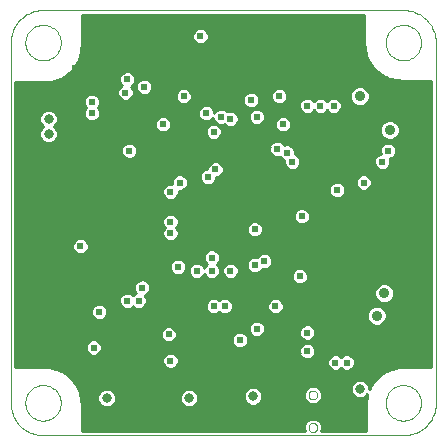
<source format=gm1>
G75*
%MOIN*%
%OFA0B0*%
%FSLAX24Y24*%
%IPPOS*%
%LPD*%
%AMOC8*
5,1,8,0,0,1.08239X$1,22.5*
%
%ADD10C,0.0000*%
%ADD11C,0.0238*%
%ADD12C,0.0100*%
%ADD13C,0.0317*%
%ADD14C,0.0356*%
D10*
X006957Y004150D02*
X018965Y004150D01*
X018374Y005232D02*
X018376Y005280D01*
X018382Y005328D01*
X018392Y005375D01*
X018405Y005421D01*
X018423Y005466D01*
X018443Y005510D01*
X018468Y005552D01*
X018496Y005591D01*
X018526Y005628D01*
X018560Y005662D01*
X018597Y005694D01*
X018635Y005723D01*
X018676Y005748D01*
X018719Y005770D01*
X018764Y005788D01*
X018810Y005802D01*
X018857Y005813D01*
X018905Y005820D01*
X018953Y005823D01*
X019001Y005822D01*
X019049Y005817D01*
X019097Y005808D01*
X019143Y005796D01*
X019188Y005779D01*
X019232Y005759D01*
X019274Y005736D01*
X019314Y005709D01*
X019352Y005679D01*
X019387Y005646D01*
X019419Y005610D01*
X019449Y005572D01*
X019475Y005531D01*
X019497Y005488D01*
X019517Y005444D01*
X019532Y005399D01*
X019544Y005352D01*
X019552Y005304D01*
X019556Y005256D01*
X019556Y005208D01*
X019552Y005160D01*
X019544Y005112D01*
X019532Y005065D01*
X019517Y005020D01*
X019497Y004976D01*
X019475Y004933D01*
X019449Y004892D01*
X019419Y004854D01*
X019387Y004818D01*
X019352Y004785D01*
X019314Y004755D01*
X019274Y004728D01*
X019232Y004705D01*
X019188Y004685D01*
X019143Y004668D01*
X019097Y004656D01*
X019049Y004647D01*
X019001Y004642D01*
X018953Y004641D01*
X018905Y004644D01*
X018857Y004651D01*
X018810Y004662D01*
X018764Y004676D01*
X018719Y004694D01*
X018676Y004716D01*
X018635Y004741D01*
X018597Y004770D01*
X018560Y004802D01*
X018526Y004836D01*
X018496Y004873D01*
X018468Y004912D01*
X018443Y004954D01*
X018423Y004998D01*
X018405Y005043D01*
X018392Y005089D01*
X018382Y005136D01*
X018376Y005184D01*
X018374Y005232D01*
X018965Y004149D02*
X019028Y004151D01*
X019091Y004156D01*
X019153Y004165D01*
X019215Y004178D01*
X019276Y004194D01*
X019335Y004214D01*
X019394Y004238D01*
X019451Y004264D01*
X019507Y004294D01*
X019560Y004327D01*
X019612Y004363D01*
X019661Y004402D01*
X019708Y004444D01*
X019753Y004489D01*
X019795Y004536D01*
X019834Y004585D01*
X019870Y004637D01*
X019903Y004691D01*
X019933Y004746D01*
X019959Y004803D01*
X019983Y004862D01*
X020003Y004921D01*
X020019Y004982D01*
X020032Y005044D01*
X020041Y005106D01*
X020046Y005169D01*
X020048Y005232D01*
X020047Y005232D02*
X020047Y017240D01*
X018374Y017240D02*
X018376Y017288D01*
X018382Y017336D01*
X018392Y017383D01*
X018405Y017429D01*
X018423Y017474D01*
X018443Y017518D01*
X018468Y017560D01*
X018496Y017599D01*
X018526Y017636D01*
X018560Y017670D01*
X018597Y017702D01*
X018635Y017731D01*
X018676Y017756D01*
X018719Y017778D01*
X018764Y017796D01*
X018810Y017810D01*
X018857Y017821D01*
X018905Y017828D01*
X018953Y017831D01*
X019001Y017830D01*
X019049Y017825D01*
X019097Y017816D01*
X019143Y017804D01*
X019188Y017787D01*
X019232Y017767D01*
X019274Y017744D01*
X019314Y017717D01*
X019352Y017687D01*
X019387Y017654D01*
X019419Y017618D01*
X019449Y017580D01*
X019475Y017539D01*
X019497Y017496D01*
X019517Y017452D01*
X019532Y017407D01*
X019544Y017360D01*
X019552Y017312D01*
X019556Y017264D01*
X019556Y017216D01*
X019552Y017168D01*
X019544Y017120D01*
X019532Y017073D01*
X019517Y017028D01*
X019497Y016984D01*
X019475Y016941D01*
X019449Y016900D01*
X019419Y016862D01*
X019387Y016826D01*
X019352Y016793D01*
X019314Y016763D01*
X019274Y016736D01*
X019232Y016713D01*
X019188Y016693D01*
X019143Y016676D01*
X019097Y016664D01*
X019049Y016655D01*
X019001Y016650D01*
X018953Y016649D01*
X018905Y016652D01*
X018857Y016659D01*
X018810Y016670D01*
X018764Y016684D01*
X018719Y016702D01*
X018676Y016724D01*
X018635Y016749D01*
X018597Y016778D01*
X018560Y016810D01*
X018526Y016844D01*
X018496Y016881D01*
X018468Y016920D01*
X018443Y016962D01*
X018423Y017006D01*
X018405Y017051D01*
X018392Y017097D01*
X018382Y017144D01*
X018376Y017192D01*
X018374Y017240D01*
X018965Y018323D02*
X019028Y018321D01*
X019091Y018316D01*
X019153Y018307D01*
X019215Y018294D01*
X019276Y018278D01*
X019335Y018258D01*
X019394Y018234D01*
X019451Y018208D01*
X019507Y018178D01*
X019560Y018145D01*
X019612Y018109D01*
X019661Y018070D01*
X019708Y018028D01*
X019753Y017983D01*
X019795Y017936D01*
X019834Y017887D01*
X019870Y017835D01*
X019903Y017782D01*
X019933Y017726D01*
X019959Y017669D01*
X019983Y017610D01*
X020003Y017551D01*
X020019Y017490D01*
X020032Y017428D01*
X020041Y017366D01*
X020046Y017303D01*
X020048Y017240D01*
X018965Y018323D02*
X006957Y018323D01*
X006366Y017240D02*
X006368Y017288D01*
X006374Y017336D01*
X006384Y017383D01*
X006397Y017429D01*
X006415Y017474D01*
X006435Y017518D01*
X006460Y017560D01*
X006488Y017599D01*
X006518Y017636D01*
X006552Y017670D01*
X006589Y017702D01*
X006627Y017731D01*
X006668Y017756D01*
X006711Y017778D01*
X006756Y017796D01*
X006802Y017810D01*
X006849Y017821D01*
X006897Y017828D01*
X006945Y017831D01*
X006993Y017830D01*
X007041Y017825D01*
X007089Y017816D01*
X007135Y017804D01*
X007180Y017787D01*
X007224Y017767D01*
X007266Y017744D01*
X007306Y017717D01*
X007344Y017687D01*
X007379Y017654D01*
X007411Y017618D01*
X007441Y017580D01*
X007467Y017539D01*
X007489Y017496D01*
X007509Y017452D01*
X007524Y017407D01*
X007536Y017360D01*
X007544Y017312D01*
X007548Y017264D01*
X007548Y017216D01*
X007544Y017168D01*
X007536Y017120D01*
X007524Y017073D01*
X007509Y017028D01*
X007489Y016984D01*
X007467Y016941D01*
X007441Y016900D01*
X007411Y016862D01*
X007379Y016826D01*
X007344Y016793D01*
X007306Y016763D01*
X007266Y016736D01*
X007224Y016713D01*
X007180Y016693D01*
X007135Y016676D01*
X007089Y016664D01*
X007041Y016655D01*
X006993Y016650D01*
X006945Y016649D01*
X006897Y016652D01*
X006849Y016659D01*
X006802Y016670D01*
X006756Y016684D01*
X006711Y016702D01*
X006668Y016724D01*
X006627Y016749D01*
X006589Y016778D01*
X006552Y016810D01*
X006518Y016844D01*
X006488Y016881D01*
X006460Y016920D01*
X006435Y016962D01*
X006415Y017006D01*
X006397Y017051D01*
X006384Y017097D01*
X006374Y017144D01*
X006368Y017192D01*
X006366Y017240D01*
X005874Y017240D02*
X005874Y005232D01*
X006366Y005232D02*
X006368Y005280D01*
X006374Y005328D01*
X006384Y005375D01*
X006397Y005421D01*
X006415Y005466D01*
X006435Y005510D01*
X006460Y005552D01*
X006488Y005591D01*
X006518Y005628D01*
X006552Y005662D01*
X006589Y005694D01*
X006627Y005723D01*
X006668Y005748D01*
X006711Y005770D01*
X006756Y005788D01*
X006802Y005802D01*
X006849Y005813D01*
X006897Y005820D01*
X006945Y005823D01*
X006993Y005822D01*
X007041Y005817D01*
X007089Y005808D01*
X007135Y005796D01*
X007180Y005779D01*
X007224Y005759D01*
X007266Y005736D01*
X007306Y005709D01*
X007344Y005679D01*
X007379Y005646D01*
X007411Y005610D01*
X007441Y005572D01*
X007467Y005531D01*
X007489Y005488D01*
X007509Y005444D01*
X007524Y005399D01*
X007536Y005352D01*
X007544Y005304D01*
X007548Y005256D01*
X007548Y005208D01*
X007544Y005160D01*
X007536Y005112D01*
X007524Y005065D01*
X007509Y005020D01*
X007489Y004976D01*
X007467Y004933D01*
X007441Y004892D01*
X007411Y004854D01*
X007379Y004818D01*
X007344Y004785D01*
X007306Y004755D01*
X007266Y004728D01*
X007224Y004705D01*
X007180Y004685D01*
X007135Y004668D01*
X007089Y004656D01*
X007041Y004647D01*
X006993Y004642D01*
X006945Y004641D01*
X006897Y004644D01*
X006849Y004651D01*
X006802Y004662D01*
X006756Y004676D01*
X006711Y004694D01*
X006668Y004716D01*
X006627Y004741D01*
X006589Y004770D01*
X006552Y004802D01*
X006518Y004836D01*
X006488Y004873D01*
X006460Y004912D01*
X006435Y004954D01*
X006415Y004998D01*
X006397Y005043D01*
X006384Y005089D01*
X006374Y005136D01*
X006368Y005184D01*
X006366Y005232D01*
X005874Y005232D02*
X005876Y005169D01*
X005881Y005106D01*
X005890Y005044D01*
X005903Y004982D01*
X005919Y004921D01*
X005939Y004862D01*
X005963Y004803D01*
X005989Y004746D01*
X006019Y004691D01*
X006052Y004637D01*
X006088Y004585D01*
X006127Y004536D01*
X006169Y004489D01*
X006214Y004444D01*
X006261Y004402D01*
X006310Y004363D01*
X006362Y004327D01*
X006415Y004294D01*
X006471Y004264D01*
X006528Y004238D01*
X006587Y004214D01*
X006646Y004194D01*
X006707Y004178D01*
X006769Y004165D01*
X006831Y004156D01*
X006894Y004151D01*
X006957Y004149D01*
X015804Y004411D02*
X015806Y004435D01*
X015812Y004458D01*
X015821Y004480D01*
X015834Y004500D01*
X015849Y004518D01*
X015868Y004533D01*
X015889Y004545D01*
X015911Y004553D01*
X015934Y004558D01*
X015958Y004559D01*
X015982Y004556D01*
X016004Y004549D01*
X016026Y004539D01*
X016046Y004526D01*
X016063Y004509D01*
X016077Y004490D01*
X016088Y004469D01*
X016096Y004446D01*
X016100Y004423D01*
X016100Y004399D01*
X016096Y004376D01*
X016088Y004353D01*
X016077Y004332D01*
X016063Y004313D01*
X016046Y004296D01*
X016026Y004283D01*
X016004Y004273D01*
X015982Y004266D01*
X015958Y004263D01*
X015934Y004264D01*
X015911Y004269D01*
X015889Y004277D01*
X015868Y004289D01*
X015849Y004304D01*
X015834Y004322D01*
X015821Y004342D01*
X015812Y004364D01*
X015806Y004387D01*
X015804Y004411D01*
X015804Y005493D02*
X015806Y005517D01*
X015812Y005540D01*
X015821Y005562D01*
X015834Y005582D01*
X015849Y005600D01*
X015868Y005615D01*
X015889Y005627D01*
X015911Y005635D01*
X015934Y005640D01*
X015958Y005641D01*
X015982Y005638D01*
X016004Y005631D01*
X016026Y005621D01*
X016046Y005608D01*
X016063Y005591D01*
X016077Y005572D01*
X016088Y005551D01*
X016096Y005528D01*
X016100Y005505D01*
X016100Y005481D01*
X016096Y005458D01*
X016088Y005435D01*
X016077Y005414D01*
X016063Y005395D01*
X016046Y005378D01*
X016026Y005365D01*
X016004Y005355D01*
X015982Y005348D01*
X015958Y005345D01*
X015934Y005346D01*
X015911Y005351D01*
X015889Y005359D01*
X015868Y005371D01*
X015849Y005386D01*
X015834Y005404D01*
X015821Y005424D01*
X015812Y005446D01*
X015806Y005469D01*
X015804Y005493D01*
X005874Y017240D02*
X005876Y017303D01*
X005881Y017366D01*
X005890Y017428D01*
X005903Y017490D01*
X005919Y017551D01*
X005939Y017610D01*
X005963Y017669D01*
X005989Y017726D01*
X006019Y017782D01*
X006052Y017835D01*
X006088Y017887D01*
X006127Y017936D01*
X006169Y017983D01*
X006214Y018028D01*
X006261Y018070D01*
X006310Y018109D01*
X006362Y018145D01*
X006416Y018178D01*
X006471Y018208D01*
X006528Y018234D01*
X006587Y018258D01*
X006646Y018278D01*
X006707Y018294D01*
X006769Y018307D01*
X006831Y018316D01*
X006894Y018321D01*
X006957Y018323D01*
D11*
X008389Y017889D03*
X008327Y017077D03*
X008014Y016389D03*
X008702Y015952D03*
X009202Y015952D03*
X009764Y016014D03*
X009702Y015577D03*
X010327Y015764D03*
X010952Y015764D03*
X011202Y015452D03*
X011639Y015452D03*
X012077Y015702D03*
X012077Y016077D03*
X012077Y016702D03*
X012202Y017452D03*
X011639Y017952D03*
X011139Y017827D03*
X010952Y016264D03*
X012389Y014889D03*
X012889Y014764D03*
X013202Y014702D03*
X012639Y014264D03*
X014077Y014764D03*
X013889Y015327D03*
X014827Y015452D03*
X015264Y015514D03*
X015264Y015952D03*
X015764Y015139D03*
X016202Y015139D03*
X016639Y015139D03*
X017077Y015139D03*
X017077Y015702D03*
X017952Y015702D03*
X017952Y015139D03*
X018452Y013639D03*
X018264Y013264D03*
X017639Y012577D03*
X017764Y012139D03*
X017764Y011327D03*
X016764Y012327D03*
X015952Y011452D03*
X015577Y011452D03*
X014639Y012077D03*
X014639Y012452D03*
X013952Y013077D03*
X013139Y013077D03*
X012702Y013014D03*
X012452Y012764D03*
X012452Y012264D03*
X013014Y012264D03*
X013639Y012264D03*
X013389Y011202D03*
X014014Y011014D03*
X014327Y009952D03*
X014014Y009827D03*
X013202Y009639D03*
X012577Y009639D03*
X012077Y009639D03*
X011764Y010077D03*
X011452Y009764D03*
X011389Y010514D03*
X011077Y010514D03*
X011202Y010889D03*
X011639Y010827D03*
X011202Y011264D03*
X011202Y012264D03*
X011514Y012577D03*
X011452Y013077D03*
X010889Y013639D03*
X009952Y014077D03*
X009827Y013639D03*
X009202Y014077D03*
X008577Y014889D03*
X008577Y015264D03*
X007264Y015202D03*
X007139Y013764D03*
X008014Y011764D03*
X007327Y011202D03*
X008202Y010452D03*
X009139Y010952D03*
X009639Y010952D03*
X010702Y009577D03*
X010264Y009077D03*
X010139Y008639D03*
X009764Y008639D03*
X009202Y009264D03*
X008827Y008264D03*
X008014Y009014D03*
X007327Y007827D03*
X008639Y007077D03*
X009202Y006827D03*
X010577Y006827D03*
X011202Y006639D03*
X010639Y006202D03*
X010827Y005514D03*
X011452Y005514D03*
X012327Y005514D03*
X012702Y005514D03*
X013202Y005514D03*
X014702Y006139D03*
X015514Y006139D03*
X015764Y006952D03*
X016389Y006952D03*
X016702Y006577D03*
X017077Y006577D03*
X015764Y007577D03*
X015952Y007889D03*
X014702Y008452D03*
X014639Y008827D03*
X015014Y009514D03*
X015514Y009452D03*
X016327Y009577D03*
X017702Y009702D03*
X017639Y008764D03*
X018889Y006702D03*
X019514Y006702D03*
X014452Y007702D03*
X014077Y007702D03*
X013514Y007327D03*
X013202Y007139D03*
X012639Y007889D03*
X012639Y008452D03*
X013014Y008452D03*
X011139Y007514D03*
X011014Y008764D03*
X012577Y010077D03*
X015264Y013264D03*
X015077Y013577D03*
X014764Y013702D03*
X014139Y014077D03*
X014952Y014514D03*
X014889Y015014D03*
X015327Y015014D03*
X016077Y013577D03*
X016514Y013577D03*
X016827Y017139D03*
X015827Y017139D03*
X010952Y014514D03*
X010702Y014764D03*
D12*
X010724Y014667D02*
X010683Y014568D01*
X010683Y014461D01*
X010724Y014362D01*
X010799Y014286D01*
X010898Y014245D01*
X011005Y014245D01*
X011104Y014286D01*
X011180Y014362D01*
X011221Y014461D01*
X011221Y014568D01*
X011180Y014667D01*
X011104Y014742D01*
X011005Y014783D01*
X010898Y014783D01*
X010799Y014742D01*
X010724Y014667D01*
X010722Y014662D02*
X008730Y014662D01*
X008729Y014661D02*
X008805Y014737D01*
X008846Y014836D01*
X008846Y014943D01*
X008805Y015042D01*
X008770Y015077D01*
X008805Y015112D01*
X008846Y015211D01*
X008846Y015318D01*
X008805Y015417D01*
X008729Y015492D01*
X008630Y015533D01*
X008523Y015533D01*
X008424Y015492D01*
X008349Y015417D01*
X008308Y015318D01*
X008308Y015211D01*
X008349Y015112D01*
X008384Y015077D01*
X008349Y015042D01*
X008308Y014943D01*
X008308Y014836D01*
X008349Y014737D01*
X008424Y014661D01*
X008523Y014620D01*
X008630Y014620D01*
X008729Y014661D01*
X008815Y014760D02*
X010843Y014760D01*
X011061Y014760D02*
X012152Y014760D01*
X012161Y014737D02*
X012237Y014661D01*
X012336Y014620D01*
X012443Y014620D01*
X012542Y014661D01*
X012617Y014737D01*
X012620Y014744D01*
X012620Y014711D01*
X012661Y014612D01*
X012737Y014536D01*
X012836Y014495D01*
X012943Y014495D01*
X013003Y014520D01*
X013049Y014474D01*
X013148Y014433D01*
X013255Y014433D01*
X013354Y014474D01*
X013430Y014549D01*
X013471Y014648D01*
X013471Y014755D01*
X013430Y014854D01*
X013354Y014930D01*
X013255Y014971D01*
X013148Y014971D01*
X013088Y014946D01*
X013042Y014992D01*
X012943Y015033D01*
X012836Y015033D01*
X012737Y014992D01*
X012661Y014917D01*
X012658Y014910D01*
X012658Y014943D01*
X012617Y015042D01*
X012542Y015117D01*
X012443Y015158D01*
X012336Y015158D01*
X012237Y015117D01*
X012161Y015042D01*
X012120Y014943D01*
X012120Y014836D01*
X012161Y014737D01*
X012236Y014662D02*
X011182Y014662D01*
X011221Y014563D02*
X012710Y014563D01*
X012693Y014533D02*
X012586Y014533D01*
X012487Y014492D01*
X012411Y014417D01*
X012370Y014318D01*
X012370Y014211D01*
X012411Y014112D01*
X012487Y014036D01*
X012586Y013995D01*
X012693Y013995D01*
X012792Y014036D01*
X012867Y014112D01*
X012908Y014211D01*
X012908Y014318D01*
X012867Y014417D01*
X012792Y014492D01*
X012693Y014533D01*
X012641Y014662D02*
X012542Y014662D01*
X012459Y014465D02*
X011221Y014465D01*
X011182Y014366D02*
X012390Y014366D01*
X012370Y014268D02*
X011060Y014268D01*
X010844Y014268D02*
X007446Y014268D01*
X007448Y014263D02*
X007401Y014377D01*
X007326Y014452D01*
X007401Y014527D01*
X007448Y014641D01*
X007448Y014763D01*
X007401Y014877D01*
X007314Y014963D01*
X007201Y015010D01*
X007078Y015010D01*
X006965Y014963D01*
X006878Y014877D01*
X006831Y014763D01*
X006831Y014641D01*
X006878Y014527D01*
X006953Y014452D01*
X006878Y014377D01*
X006831Y014263D01*
X006831Y014141D01*
X006878Y014027D01*
X006965Y013940D01*
X007078Y013893D01*
X007201Y013893D01*
X007314Y013940D01*
X007401Y014027D01*
X007448Y014141D01*
X007448Y014263D01*
X007448Y014169D02*
X012387Y014169D01*
X012452Y014071D02*
X007419Y014071D01*
X007346Y013972D02*
X019897Y013972D01*
X019897Y013874D02*
X018589Y013874D01*
X018604Y013867D02*
X018505Y013908D01*
X018398Y013908D01*
X018299Y013867D01*
X018224Y013792D01*
X018183Y013693D01*
X018183Y013586D01*
X018205Y013531D01*
X018112Y013492D01*
X018036Y013417D01*
X017995Y013318D01*
X017995Y013211D01*
X018036Y013112D01*
X018112Y013036D01*
X018211Y012995D01*
X018318Y012995D01*
X018417Y013036D01*
X018492Y013112D01*
X018533Y013211D01*
X018533Y013318D01*
X018511Y013373D01*
X018604Y013411D01*
X018680Y013487D01*
X018721Y013586D01*
X018721Y013693D01*
X018680Y013792D01*
X018604Y013867D01*
X018687Y013775D02*
X019897Y013775D01*
X019897Y013677D02*
X018721Y013677D01*
X018718Y013578D02*
X019897Y013578D01*
X019897Y013480D02*
X018673Y013480D01*
X018532Y013381D02*
X019897Y013381D01*
X019897Y013283D02*
X018533Y013283D01*
X018522Y013184D02*
X019897Y013184D01*
X019897Y013086D02*
X018466Y013086D01*
X018062Y013086D02*
X015466Y013086D01*
X015492Y013112D02*
X015533Y013211D01*
X015533Y013318D01*
X015492Y013417D01*
X015417Y013492D01*
X015345Y013522D01*
X015346Y013523D01*
X015346Y013630D01*
X015305Y013729D01*
X015229Y013805D01*
X015130Y013846D01*
X015023Y013846D01*
X015000Y013836D01*
X014992Y013854D01*
X014917Y013930D01*
X014818Y013971D01*
X014711Y013971D01*
X014612Y013930D01*
X014536Y013854D01*
X014495Y013755D01*
X014495Y013648D01*
X014536Y013549D01*
X014612Y013474D01*
X014711Y013433D01*
X014818Y013433D01*
X014841Y013443D01*
X014849Y013424D01*
X014924Y013349D01*
X014996Y013319D01*
X014995Y013318D01*
X014995Y013211D01*
X015036Y013112D01*
X015112Y013036D01*
X015211Y012995D01*
X015318Y012995D01*
X015417Y013036D01*
X015492Y013112D01*
X015522Y013184D02*
X018006Y013184D01*
X017995Y013283D02*
X015533Y013283D01*
X015507Y013381D02*
X018022Y013381D01*
X018099Y013480D02*
X015429Y013480D01*
X015346Y013578D02*
X018186Y013578D01*
X018183Y013677D02*
X015327Y013677D01*
X015259Y013775D02*
X018217Y013775D01*
X018315Y013874D02*
X014973Y013874D01*
X014556Y013874D02*
X009964Y013874D01*
X009979Y013867D02*
X009880Y013908D01*
X009773Y013908D01*
X009674Y013867D01*
X009599Y013792D01*
X009558Y013693D01*
X009558Y013586D01*
X009599Y013487D01*
X009674Y013411D01*
X009773Y013370D01*
X009880Y013370D01*
X009979Y013411D01*
X010055Y013487D01*
X010096Y013586D01*
X010096Y013693D01*
X010055Y013792D01*
X009979Y013867D01*
X010062Y013775D02*
X014504Y013775D01*
X014495Y013677D02*
X010096Y013677D01*
X010093Y013578D02*
X014524Y013578D01*
X014606Y013480D02*
X010048Y013480D01*
X009907Y013381D02*
X014892Y013381D01*
X014995Y013283D02*
X012757Y013283D01*
X012755Y013283D02*
X012648Y013283D01*
X012549Y013242D01*
X012474Y013167D01*
X012433Y013068D01*
X012433Y013033D01*
X012398Y013033D01*
X012299Y012992D01*
X012224Y012917D01*
X012183Y012818D01*
X012183Y012711D01*
X012224Y012612D01*
X012299Y012536D01*
X012398Y012495D01*
X012505Y012495D01*
X012604Y012536D01*
X012680Y012612D01*
X012721Y012711D01*
X012721Y012745D01*
X012755Y012745D01*
X012854Y012786D01*
X012930Y012862D01*
X012971Y012961D01*
X012971Y013068D01*
X012930Y013167D01*
X012854Y013242D01*
X012755Y013283D01*
X012647Y013283D02*
X006024Y013283D01*
X006024Y013381D02*
X009747Y013381D01*
X009606Y013480D02*
X006024Y013480D01*
X006024Y013578D02*
X009561Y013578D01*
X009558Y013677D02*
X006024Y013677D01*
X006024Y013775D02*
X009592Y013775D01*
X009690Y013874D02*
X006024Y013874D01*
X006024Y013972D02*
X006933Y013972D01*
X006860Y014071D02*
X006024Y014071D01*
X006024Y014169D02*
X006831Y014169D01*
X006833Y014268D02*
X006024Y014268D01*
X006024Y014366D02*
X006874Y014366D01*
X006940Y014465D02*
X006024Y014465D01*
X006024Y014563D02*
X006863Y014563D01*
X006831Y014662D02*
X006024Y014662D01*
X006024Y014760D02*
X006831Y014760D01*
X006871Y014859D02*
X006024Y014859D01*
X006024Y014957D02*
X006959Y014957D01*
X007320Y014957D02*
X008314Y014957D01*
X008308Y014859D02*
X007408Y014859D01*
X007448Y014760D02*
X008339Y014760D01*
X008424Y014662D02*
X007448Y014662D01*
X007416Y014563D02*
X010683Y014563D01*
X010683Y014465D02*
X007339Y014465D01*
X007405Y014366D02*
X010722Y014366D01*
X011487Y015224D02*
X011586Y015183D01*
X011693Y015183D01*
X011792Y015224D01*
X011867Y015299D01*
X011908Y015398D01*
X011908Y015505D01*
X011867Y015604D01*
X011792Y015680D01*
X011693Y015721D01*
X011586Y015721D01*
X011487Y015680D01*
X011411Y015604D01*
X011370Y015505D01*
X011370Y015398D01*
X011411Y015299D01*
X011487Y015224D01*
X011458Y015253D02*
X008846Y015253D01*
X008832Y015351D02*
X009547Y015351D01*
X009549Y015349D02*
X009648Y015308D01*
X009755Y015308D01*
X009854Y015349D01*
X009930Y015424D01*
X009971Y015523D01*
X009971Y015630D01*
X009930Y015729D01*
X009886Y015773D01*
X009917Y015786D01*
X009992Y015862D01*
X010033Y015961D01*
X010033Y016068D01*
X009992Y016167D01*
X009917Y016242D01*
X009818Y016283D01*
X009711Y016283D01*
X009612Y016242D01*
X009536Y016167D01*
X009495Y016068D01*
X009495Y015961D01*
X009536Y015862D01*
X009580Y015818D01*
X009549Y015805D01*
X009474Y015729D01*
X009433Y015630D01*
X009433Y015523D01*
X009474Y015424D01*
X009549Y015349D01*
X009463Y015450D02*
X008772Y015450D01*
X008823Y015154D02*
X012326Y015154D01*
X012453Y015154D02*
X013681Y015154D01*
X013661Y015174D02*
X013737Y015099D01*
X013836Y015058D01*
X013943Y015058D01*
X014042Y015099D01*
X014117Y015174D01*
X014158Y015273D01*
X014158Y015380D01*
X014117Y015479D01*
X014042Y015555D01*
X013943Y015596D01*
X013836Y015596D01*
X013737Y015555D01*
X013661Y015479D01*
X013620Y015380D01*
X013620Y015273D01*
X013661Y015174D01*
X013629Y015253D02*
X011821Y015253D01*
X011889Y015351D02*
X013620Y015351D01*
X013649Y015450D02*
X011908Y015450D01*
X011891Y015548D02*
X013730Y015548D01*
X014048Y015548D02*
X014576Y015548D01*
X014558Y015505D02*
X014558Y015398D01*
X014599Y015299D01*
X014674Y015224D01*
X014773Y015183D01*
X014880Y015183D01*
X014979Y015224D01*
X015055Y015299D01*
X015096Y015398D01*
X015096Y015505D01*
X015055Y015604D01*
X014979Y015680D01*
X014880Y015721D01*
X014773Y015721D01*
X014674Y015680D01*
X014599Y015604D01*
X014558Y015505D01*
X014558Y015450D02*
X014130Y015450D01*
X014158Y015351D02*
X014577Y015351D01*
X014645Y015253D02*
X014150Y015253D01*
X014097Y015154D02*
X015495Y015154D01*
X015495Y015193D02*
X015495Y015086D01*
X015536Y014987D01*
X015612Y014911D01*
X015711Y014870D01*
X015818Y014870D01*
X015917Y014911D01*
X015983Y014978D01*
X016049Y014911D01*
X016148Y014870D01*
X016255Y014870D01*
X016354Y014911D01*
X016421Y014978D01*
X016487Y014911D01*
X016586Y014870D01*
X016693Y014870D01*
X016792Y014911D01*
X016867Y014987D01*
X016908Y015086D01*
X016908Y015193D01*
X016867Y015292D01*
X016792Y015367D01*
X016693Y015408D01*
X016586Y015408D01*
X016487Y015367D01*
X016421Y015301D01*
X016354Y015367D01*
X016255Y015408D01*
X016148Y015408D01*
X016049Y015367D01*
X015983Y015301D01*
X015917Y015367D01*
X015818Y015408D01*
X015711Y015408D01*
X015612Y015367D01*
X015536Y015292D01*
X015495Y015193D01*
X015520Y015253D02*
X015008Y015253D01*
X015076Y015351D02*
X015596Y015351D01*
X015508Y015056D02*
X012603Y015056D01*
X012652Y014957D02*
X012702Y014957D01*
X013077Y014957D02*
X013116Y014957D01*
X013288Y014957D02*
X013889Y014957D01*
X013924Y014992D02*
X013849Y014917D01*
X013808Y014818D01*
X013808Y014711D01*
X013849Y014612D01*
X013924Y014536D01*
X014023Y014495D01*
X014130Y014495D01*
X014229Y014536D01*
X014305Y014612D01*
X014346Y014711D01*
X014346Y014818D01*
X014305Y014917D01*
X014229Y014992D01*
X014130Y015033D01*
X014023Y015033D01*
X013924Y014992D01*
X013825Y014859D02*
X013425Y014859D01*
X013469Y014760D02*
X013808Y014760D01*
X013828Y014662D02*
X013471Y014662D01*
X013436Y014563D02*
X013897Y014563D01*
X014256Y014563D02*
X014683Y014563D01*
X014683Y014568D02*
X014683Y014461D01*
X014724Y014362D01*
X014799Y014286D01*
X014898Y014245D01*
X015005Y014245D01*
X015104Y014286D01*
X015180Y014362D01*
X015221Y014461D01*
X015221Y014568D01*
X015180Y014667D01*
X015104Y014742D01*
X015005Y014783D01*
X014898Y014783D01*
X014799Y014742D01*
X014724Y014667D01*
X014683Y014568D01*
X014722Y014662D02*
X014326Y014662D01*
X014346Y014760D02*
X014843Y014760D01*
X015061Y014760D02*
X019897Y014760D01*
X019897Y014662D02*
X015182Y014662D01*
X015221Y014563D02*
X018287Y014563D01*
X018329Y014605D02*
X018236Y014513D01*
X018186Y014392D01*
X018186Y014262D01*
X018236Y014141D01*
X018329Y014049D01*
X018449Y013999D01*
X018580Y013999D01*
X018700Y014049D01*
X018793Y014141D01*
X018842Y014262D01*
X018842Y014392D01*
X018793Y014513D01*
X018700Y014605D01*
X018580Y014655D01*
X018449Y014655D01*
X018329Y014605D01*
X018216Y014465D02*
X015221Y014465D01*
X015182Y014366D02*
X018186Y014366D01*
X018186Y014268D02*
X015060Y014268D01*
X014844Y014268D02*
X012908Y014268D01*
X012891Y014169D02*
X018224Y014169D01*
X018306Y014071D02*
X012826Y014071D01*
X012888Y014366D02*
X014722Y014366D01*
X014683Y014465D02*
X013333Y014465D01*
X013071Y014465D02*
X012819Y014465D01*
X012120Y014859D02*
X008846Y014859D01*
X008840Y014957D02*
X012126Y014957D01*
X012175Y015056D02*
X008791Y015056D01*
X008363Y015056D02*
X006024Y015056D01*
X006024Y015154D02*
X008331Y015154D01*
X008308Y015253D02*
X006024Y015253D01*
X006024Y015351D02*
X008322Y015351D01*
X008382Y015450D02*
X006024Y015450D01*
X006024Y015548D02*
X009433Y015548D01*
X009440Y015647D02*
X006024Y015647D01*
X006024Y015745D02*
X009490Y015745D01*
X009554Y015844D02*
X006024Y015844D01*
X006024Y015914D02*
X006977Y015914D01*
X006980Y015912D01*
X007018Y015914D01*
X007056Y015914D01*
X007059Y015917D01*
X007148Y015924D01*
X007155Y015919D01*
X007189Y015927D01*
X007223Y015929D01*
X007228Y015935D01*
X007320Y015955D01*
X007327Y015952D01*
X007360Y015964D01*
X007393Y015971D01*
X007397Y015978D01*
X007485Y016011D01*
X007493Y016008D01*
X007523Y016025D01*
X007555Y016037D01*
X007559Y016044D01*
X007641Y016089D01*
X007649Y016088D01*
X007677Y016109D01*
X007707Y016125D01*
X007709Y016133D01*
X007784Y016189D01*
X007793Y016189D01*
X007817Y016213D01*
X007844Y016234D01*
X007845Y016242D01*
X007912Y016308D01*
X007920Y016310D01*
X007940Y016337D01*
X007965Y016361D01*
X007965Y016369D01*
X008021Y016445D01*
X008029Y016447D01*
X008045Y016477D01*
X008066Y016504D01*
X008064Y016512D01*
X008110Y016595D01*
X008117Y016598D01*
X008129Y016630D01*
X008145Y016660D01*
X008143Y016668D01*
X008176Y016756D01*
X008183Y016761D01*
X008190Y016794D01*
X008202Y016826D01*
X008199Y016834D01*
X008219Y016925D01*
X008225Y016931D01*
X008227Y016965D01*
X008234Y016998D01*
X008230Y017005D01*
X008236Y017095D01*
X008239Y017098D01*
X008239Y017136D01*
X008242Y017174D01*
X008239Y017177D01*
X008239Y018173D01*
X017664Y018173D01*
X017664Y017239D01*
X017662Y017236D01*
X017664Y017198D01*
X017664Y017160D01*
X017667Y017158D01*
X017674Y017068D01*
X017669Y017061D01*
X017677Y017027D01*
X017679Y016993D01*
X017685Y016988D01*
X017705Y016896D01*
X017702Y016889D01*
X017714Y016857D01*
X017721Y016823D01*
X017728Y016819D01*
X017761Y016731D01*
X017758Y016723D01*
X017775Y016693D01*
X017787Y016661D01*
X017794Y016657D01*
X017839Y016575D01*
X017838Y016567D01*
X017859Y016539D01*
X017875Y016509D01*
X017883Y016507D01*
X017939Y016432D01*
X017939Y016424D01*
X017963Y016399D01*
X017984Y016372D01*
X017992Y016371D01*
X018058Y016304D01*
X018060Y016296D01*
X018087Y016276D01*
X018111Y016252D01*
X018119Y016252D01*
X018195Y016195D01*
X018197Y016188D01*
X018227Y016171D01*
X018254Y016151D01*
X018262Y016152D01*
X018345Y016107D01*
X018348Y016099D01*
X018380Y016087D01*
X018410Y016071D01*
X018418Y016073D01*
X018506Y016040D01*
X018511Y016034D01*
X018544Y016026D01*
X018576Y016014D01*
X018584Y016018D01*
X018675Y015998D01*
X018681Y015992D01*
X018715Y015989D01*
X018748Y015982D01*
X018755Y015986D01*
X018845Y015980D01*
X018848Y015977D01*
X018886Y015977D01*
X018924Y015974D01*
X018927Y015977D01*
X019897Y015977D01*
X019897Y006427D01*
X018989Y006427D01*
X018986Y006430D01*
X018948Y006427D01*
X018910Y006427D01*
X018908Y006424D01*
X018818Y006418D01*
X018811Y006422D01*
X018777Y006415D01*
X018743Y006412D01*
X018738Y006406D01*
X018646Y006386D01*
X018639Y006389D01*
X018607Y006377D01*
X018573Y006370D01*
X018569Y006363D01*
X018481Y006331D01*
X018473Y006333D01*
X018443Y006316D01*
X018411Y006304D01*
X018407Y006297D01*
X018325Y006252D01*
X018317Y006253D01*
X018289Y006233D01*
X018259Y006216D01*
X018257Y006208D01*
X018182Y006152D01*
X018174Y006152D01*
X018149Y006128D01*
X018122Y006107D01*
X018121Y006099D01*
X018054Y006033D01*
X018046Y006032D01*
X018026Y006004D01*
X018002Y005980D01*
X018002Y005972D01*
X017945Y005897D01*
X017938Y005894D01*
X017921Y005864D01*
X017901Y005837D01*
X017902Y005829D01*
X017857Y005746D01*
X017849Y005743D01*
X017837Y005711D01*
X017823Y005684D01*
X017823Y005763D01*
X017776Y005877D01*
X017689Y005963D01*
X017576Y006010D01*
X017453Y006010D01*
X017340Y005963D01*
X017253Y005877D01*
X017206Y005763D01*
X017206Y005641D01*
X017253Y005527D01*
X017340Y005440D01*
X017453Y005393D01*
X017576Y005393D01*
X017689Y005440D01*
X017765Y005516D01*
X017764Y005515D01*
X017768Y005508D01*
X017748Y005416D01*
X017742Y005410D01*
X017739Y005376D01*
X017732Y005343D01*
X017736Y005336D01*
X017730Y005246D01*
X017727Y005243D01*
X017727Y005205D01*
X017724Y005168D01*
X017727Y005165D01*
X017727Y004300D01*
X016228Y004300D01*
X016250Y004351D01*
X016250Y004470D01*
X016204Y004579D01*
X016120Y004663D01*
X016011Y004708D01*
X015893Y004708D01*
X015783Y004663D01*
X015700Y004579D01*
X015654Y004470D01*
X015654Y004351D01*
X015676Y004300D01*
X008239Y004300D01*
X008239Y005165D01*
X008242Y005168D01*
X008239Y005205D01*
X008239Y005243D01*
X008236Y005246D01*
X008230Y005336D01*
X008234Y005343D01*
X008227Y005376D01*
X008225Y005410D01*
X008219Y005416D01*
X008199Y005508D01*
X008202Y005515D01*
X008190Y005547D01*
X008183Y005581D01*
X008176Y005585D01*
X008143Y005673D01*
X008145Y005681D01*
X008129Y005711D01*
X008117Y005743D01*
X008110Y005746D01*
X008064Y005829D01*
X008066Y005837D01*
X008045Y005864D01*
X008029Y005894D01*
X008021Y005897D01*
X007965Y005972D01*
X007965Y005980D01*
X007940Y006004D01*
X007920Y006032D01*
X007912Y006033D01*
X007845Y006099D01*
X007844Y006107D01*
X007817Y006128D01*
X007793Y006152D01*
X007784Y006152D01*
X007709Y006208D01*
X007707Y006216D01*
X007677Y006233D01*
X007649Y006253D01*
X007641Y006252D01*
X007559Y006297D01*
X007555Y006304D01*
X007523Y006316D01*
X007493Y006333D01*
X007485Y006331D01*
X007397Y006363D01*
X007393Y006370D01*
X007360Y006377D01*
X007327Y006389D01*
X007320Y006386D01*
X007228Y006406D01*
X007223Y006412D01*
X007189Y006415D01*
X007155Y006422D01*
X007148Y006418D01*
X007059Y006424D01*
X007056Y006427D01*
X007018Y006427D01*
X006980Y006430D01*
X006977Y006427D01*
X006024Y006427D01*
X006024Y015914D01*
X007261Y015942D02*
X009503Y015942D01*
X009495Y016041D02*
X007557Y016041D01*
X007718Y016139D02*
X009525Y016139D01*
X009607Y016238D02*
X007845Y016238D01*
X007940Y016336D02*
X018026Y016336D01*
X017937Y016435D02*
X008014Y016435D01*
X008076Y016533D02*
X017862Y016533D01*
X017808Y016632D02*
X008130Y016632D01*
X008166Y016730D02*
X017761Y016730D01*
X017720Y016829D02*
X008201Y016829D01*
X008221Y016927D02*
X017698Y016927D01*
X017677Y017026D02*
X008232Y017026D01*
X008239Y017124D02*
X017670Y017124D01*
X017663Y017223D02*
X012352Y017223D01*
X012354Y017224D02*
X012430Y017299D01*
X012471Y017398D01*
X012471Y017505D01*
X012430Y017604D01*
X012354Y017680D01*
X012255Y017721D01*
X012148Y017721D01*
X012049Y017680D01*
X011974Y017604D01*
X011933Y017505D01*
X011933Y017398D01*
X011974Y017299D01*
X012049Y017224D01*
X012148Y017183D01*
X012255Y017183D01*
X012354Y017224D01*
X012439Y017321D02*
X017664Y017321D01*
X017664Y017420D02*
X012471Y017420D01*
X012466Y017518D02*
X017664Y017518D01*
X017664Y017617D02*
X012417Y017617D01*
X012269Y017715D02*
X017664Y017715D01*
X017664Y017814D02*
X008239Y017814D01*
X008239Y017912D02*
X017664Y017912D01*
X017664Y018011D02*
X008239Y018011D01*
X008239Y018109D02*
X017664Y018109D01*
X018138Y016238D02*
X009921Y016238D01*
X010004Y016139D02*
X018285Y016139D01*
X018505Y016041D02*
X010033Y016041D01*
X010026Y015942D02*
X010124Y015942D01*
X010099Y015917D02*
X010058Y015818D01*
X010058Y015711D01*
X010099Y015612D01*
X010174Y015536D01*
X010273Y015495D01*
X010380Y015495D01*
X010479Y015536D01*
X010555Y015612D01*
X010596Y015711D01*
X010596Y015818D01*
X010555Y015917D01*
X010479Y015992D01*
X010380Y016033D01*
X010273Y016033D01*
X010174Y015992D01*
X010099Y015917D01*
X010069Y015844D02*
X009974Y015844D01*
X009914Y015745D02*
X010058Y015745D01*
X010084Y015647D02*
X009964Y015647D01*
X009971Y015548D02*
X010162Y015548D01*
X009940Y015450D02*
X011370Y015450D01*
X011388Y015548D02*
X010491Y015548D01*
X010569Y015647D02*
X011454Y015647D01*
X011390Y015351D02*
X009857Y015351D01*
X010596Y015745D02*
X017366Y015745D01*
X017329Y015730D02*
X017236Y015638D01*
X017186Y015517D01*
X017186Y015387D01*
X017236Y015266D01*
X017329Y015174D01*
X017449Y015124D01*
X017580Y015124D01*
X017700Y015174D01*
X017793Y015266D01*
X017842Y015387D01*
X017842Y015517D01*
X017793Y015638D01*
X017700Y015730D01*
X017580Y015780D01*
X017449Y015780D01*
X017329Y015730D01*
X017245Y015647D02*
X015012Y015647D01*
X015078Y015548D02*
X017199Y015548D01*
X017186Y015450D02*
X015096Y015450D01*
X014641Y015647D02*
X011825Y015647D01*
X010585Y015844D02*
X019897Y015844D01*
X019897Y015942D02*
X010529Y015942D01*
X012052Y017223D02*
X008239Y017223D01*
X008239Y017321D02*
X011965Y017321D01*
X011933Y017420D02*
X008239Y017420D01*
X008239Y017518D02*
X011938Y017518D01*
X011986Y017617D02*
X008239Y017617D01*
X008239Y017715D02*
X012135Y017715D01*
X014264Y014957D02*
X015566Y014957D01*
X015963Y014957D02*
X016003Y014957D01*
X016400Y014957D02*
X016441Y014957D01*
X016471Y015351D02*
X016370Y015351D01*
X016033Y015351D02*
X015933Y015351D01*
X016808Y015351D02*
X017201Y015351D01*
X017249Y015253D02*
X016884Y015253D01*
X016908Y015154D02*
X017375Y015154D01*
X017654Y015154D02*
X019897Y015154D01*
X019897Y015056D02*
X016896Y015056D01*
X016838Y014957D02*
X019897Y014957D01*
X019897Y014859D02*
X014329Y014859D01*
X015006Y013184D02*
X012912Y013184D01*
X012963Y013086D02*
X015062Y013086D01*
X016536Y012479D02*
X016495Y012380D01*
X016495Y012273D01*
X016536Y012174D01*
X016612Y012099D01*
X016711Y012058D01*
X016818Y012058D01*
X016917Y012099D01*
X016992Y012174D01*
X017033Y012273D01*
X017033Y012380D01*
X016992Y012479D01*
X016917Y012555D01*
X016818Y012596D01*
X016711Y012596D01*
X016612Y012555D01*
X016536Y012479D01*
X016552Y012495D02*
X011772Y012495D01*
X011783Y012523D02*
X011783Y012630D01*
X011742Y012729D01*
X011667Y012805D01*
X011568Y012846D01*
X011461Y012846D01*
X011362Y012805D01*
X011286Y012729D01*
X011245Y012630D01*
X011245Y012533D01*
X011148Y012533D01*
X011049Y012492D01*
X010974Y012417D01*
X010933Y012318D01*
X010933Y012211D01*
X010974Y012112D01*
X011049Y012036D01*
X011148Y011995D01*
X011255Y011995D01*
X011354Y012036D01*
X011430Y012112D01*
X011471Y012211D01*
X011471Y012308D01*
X011568Y012308D01*
X011667Y012349D01*
X011742Y012424D01*
X011783Y012523D01*
X011783Y012593D02*
X012242Y012593D01*
X012191Y012692D02*
X011758Y012692D01*
X011681Y012790D02*
X012183Y012790D01*
X012212Y012889D02*
X006024Y012889D01*
X006024Y012987D02*
X012294Y012987D01*
X012440Y013086D02*
X006024Y013086D01*
X006024Y013184D02*
X012491Y013184D01*
X012971Y012987D02*
X019897Y012987D01*
X019897Y012889D02*
X012941Y012889D01*
X012858Y012790D02*
X017472Y012790D01*
X017487Y012805D02*
X017411Y012729D01*
X017370Y012630D01*
X017370Y012523D01*
X017411Y012424D01*
X017487Y012349D01*
X017586Y012308D01*
X017693Y012308D01*
X017792Y012349D01*
X017867Y012424D01*
X017908Y012523D01*
X017908Y012630D01*
X017867Y012729D01*
X017792Y012805D01*
X017693Y012846D01*
X017586Y012846D01*
X017487Y012805D01*
X017396Y012692D02*
X012713Y012692D01*
X012661Y012593D02*
X016705Y012593D01*
X016824Y012593D02*
X017370Y012593D01*
X017382Y012495D02*
X016977Y012495D01*
X017027Y012396D02*
X017439Y012396D01*
X017839Y012396D02*
X019897Y012396D01*
X019897Y012298D02*
X017033Y012298D01*
X017003Y012199D02*
X019897Y012199D01*
X019897Y012101D02*
X016919Y012101D01*
X016610Y012101D02*
X011419Y012101D01*
X011466Y012199D02*
X016526Y012199D01*
X016495Y012298D02*
X011471Y012298D01*
X011714Y012396D02*
X016502Y012396D01*
X015729Y011680D02*
X015630Y011721D01*
X015523Y011721D01*
X015424Y011680D01*
X015349Y011604D01*
X015308Y011505D01*
X015308Y011398D01*
X015349Y011299D01*
X015424Y011224D01*
X015523Y011183D01*
X015630Y011183D01*
X015729Y011224D01*
X015805Y011299D01*
X015846Y011398D01*
X015846Y011505D01*
X015805Y011604D01*
X015729Y011680D01*
X015664Y011707D02*
X019897Y011707D01*
X019897Y011805D02*
X006024Y011805D01*
X006024Y011707D02*
X015489Y011707D01*
X015353Y011608D02*
X006024Y011608D01*
X006024Y011510D02*
X011092Y011510D01*
X011049Y011492D02*
X010974Y011417D01*
X010933Y011318D01*
X010933Y011211D01*
X010974Y011112D01*
X011009Y011077D01*
X010974Y011042D01*
X010933Y010943D01*
X010933Y010836D01*
X010974Y010737D01*
X011049Y010661D01*
X011148Y010620D01*
X011255Y010620D01*
X011354Y010661D01*
X011430Y010737D01*
X011471Y010836D01*
X011471Y010943D01*
X011430Y011042D01*
X011395Y011077D01*
X011430Y011112D01*
X011471Y011211D01*
X011471Y011318D01*
X011430Y011417D01*
X011354Y011492D01*
X011255Y011533D01*
X011148Y011533D01*
X011049Y011492D01*
X010972Y011411D02*
X006024Y011411D01*
X006024Y011313D02*
X010933Y011313D01*
X010933Y011214D02*
X006024Y011214D01*
X006024Y011116D02*
X010972Y011116D01*
X010964Y011017D02*
X006024Y011017D01*
X006024Y010919D02*
X010933Y010919D01*
X010939Y010820D02*
X006024Y010820D01*
X006024Y010722D02*
X010989Y010722D01*
X011141Y010623D02*
X008411Y010623D01*
X008430Y010604D02*
X008354Y010680D01*
X008255Y010721D01*
X008148Y010721D01*
X008049Y010680D01*
X007974Y010604D01*
X007933Y010505D01*
X007933Y010398D01*
X007974Y010299D01*
X008049Y010224D01*
X008148Y010183D01*
X008255Y010183D01*
X008354Y010224D01*
X008430Y010299D01*
X008471Y010398D01*
X008471Y010505D01*
X008430Y010604D01*
X008463Y010525D02*
X019897Y010525D01*
X019897Y010623D02*
X011263Y010623D01*
X011415Y010722D02*
X019897Y010722D01*
X019897Y010820D02*
X014201Y010820D01*
X014167Y010786D02*
X014242Y010862D01*
X014283Y010961D01*
X014283Y011068D01*
X014242Y011167D01*
X014167Y011242D01*
X014068Y011283D01*
X013961Y011283D01*
X013862Y011242D01*
X013786Y011167D01*
X013745Y011068D01*
X013745Y010961D01*
X013786Y010862D01*
X013862Y010786D01*
X013961Y010745D01*
X014068Y010745D01*
X014167Y010786D01*
X014266Y010919D02*
X019897Y010919D01*
X019897Y011017D02*
X014283Y011017D01*
X014264Y011116D02*
X019897Y011116D01*
X019897Y011214D02*
X015707Y011214D01*
X015811Y011313D02*
X019897Y011313D01*
X019897Y011411D02*
X015846Y011411D01*
X015844Y011510D02*
X019897Y011510D01*
X019897Y011608D02*
X015801Y011608D01*
X015447Y011214D02*
X014195Y011214D01*
X013834Y011214D02*
X011471Y011214D01*
X011471Y011313D02*
X015343Y011313D01*
X015308Y011411D02*
X011432Y011411D01*
X011312Y011510D02*
X015310Y011510D01*
X013828Y010820D02*
X011465Y010820D01*
X011471Y010919D02*
X013763Y010919D01*
X013745Y011017D02*
X011440Y011017D01*
X011432Y011116D02*
X013765Y011116D01*
X014174Y010180D02*
X014099Y010104D01*
X014091Y010086D01*
X014068Y010096D01*
X013961Y010096D01*
X013862Y010055D01*
X013786Y009979D01*
X013745Y009880D01*
X013745Y009773D01*
X013786Y009674D01*
X013862Y009599D01*
X013961Y009558D01*
X014068Y009558D01*
X014167Y009599D01*
X014242Y009674D01*
X014250Y009693D01*
X014273Y009683D01*
X014380Y009683D01*
X014479Y009724D01*
X014555Y009799D01*
X014596Y009898D01*
X014596Y010005D01*
X014555Y010104D01*
X014479Y010180D01*
X014380Y010221D01*
X014273Y010221D01*
X014174Y010180D01*
X014125Y010131D02*
X012846Y010131D01*
X012846Y010130D02*
X012805Y010229D01*
X012729Y010305D01*
X012630Y010346D01*
X012523Y010346D01*
X012424Y010305D01*
X012349Y010229D01*
X012308Y010130D01*
X012308Y010023D01*
X012349Y009924D01*
X012415Y009858D01*
X012349Y009792D01*
X012327Y009739D01*
X012305Y009792D01*
X012229Y009867D01*
X012130Y009908D01*
X012023Y009908D01*
X011924Y009867D01*
X011849Y009792D01*
X011808Y009693D01*
X011808Y009586D01*
X011849Y009487D01*
X011924Y009411D01*
X012023Y009370D01*
X012130Y009370D01*
X012229Y009411D01*
X012305Y009487D01*
X012327Y009540D01*
X012349Y009487D01*
X012424Y009411D01*
X012523Y009370D01*
X012630Y009370D01*
X012729Y009411D01*
X012805Y009487D01*
X012846Y009586D01*
X012846Y009693D01*
X012805Y009792D01*
X012739Y009858D01*
X012805Y009924D01*
X012846Y010023D01*
X012846Y010130D01*
X012846Y010032D02*
X013839Y010032D01*
X013767Y009934D02*
X012809Y009934D01*
X012761Y009835D02*
X013017Y009835D01*
X013049Y009867D02*
X012974Y009792D01*
X012933Y009693D01*
X012933Y009586D01*
X012974Y009487D01*
X013049Y009411D01*
X013148Y009370D01*
X013255Y009370D01*
X013354Y009411D01*
X013430Y009487D01*
X013471Y009586D01*
X013471Y009693D01*
X013430Y009792D01*
X013354Y009867D01*
X013255Y009908D01*
X013148Y009908D01*
X013049Y009867D01*
X012951Y009737D02*
X012828Y009737D01*
X012846Y009638D02*
X012933Y009638D01*
X012952Y009540D02*
X012827Y009540D01*
X012759Y009441D02*
X013019Y009441D01*
X013384Y009441D02*
X015245Y009441D01*
X015245Y009398D02*
X015286Y009299D01*
X015362Y009224D01*
X015461Y009183D01*
X015568Y009183D01*
X015667Y009224D01*
X015742Y009299D01*
X015783Y009398D01*
X015783Y009505D01*
X015742Y009604D01*
X015667Y009680D01*
X015568Y009721D01*
X015461Y009721D01*
X015362Y009680D01*
X015286Y009604D01*
X015245Y009505D01*
X015245Y009398D01*
X015268Y009343D02*
X010325Y009343D01*
X010318Y009346D02*
X010211Y009346D01*
X010112Y009305D01*
X010036Y009229D01*
X009995Y009130D01*
X009995Y009023D01*
X010036Y008924D01*
X010062Y008899D01*
X009987Y008867D01*
X009952Y008832D01*
X009917Y008867D01*
X009818Y008908D01*
X009711Y008908D01*
X009612Y008867D01*
X009536Y008792D01*
X009495Y008693D01*
X009495Y008586D01*
X009536Y008487D01*
X009612Y008411D01*
X009711Y008370D01*
X009818Y008370D01*
X009917Y008411D01*
X009952Y008446D01*
X009987Y008411D01*
X010086Y008370D01*
X010193Y008370D01*
X010292Y008411D01*
X010367Y008487D01*
X010408Y008586D01*
X010408Y008693D01*
X010367Y008792D01*
X010342Y008818D01*
X010417Y008849D01*
X010492Y008924D01*
X010533Y009023D01*
X010533Y009130D01*
X010492Y009229D01*
X010417Y009305D01*
X010318Y009346D01*
X010204Y009343D02*
X006024Y009343D01*
X006024Y009441D02*
X011894Y009441D01*
X011827Y009540D02*
X011608Y009540D01*
X011604Y009536D02*
X011680Y009612D01*
X011721Y009711D01*
X011721Y009818D01*
X011680Y009917D01*
X011604Y009992D01*
X011505Y010033D01*
X011398Y010033D01*
X011299Y009992D01*
X011224Y009917D01*
X011183Y009818D01*
X011183Y009711D01*
X011224Y009612D01*
X011299Y009536D01*
X011398Y009495D01*
X011505Y009495D01*
X011604Y009536D01*
X011691Y009638D02*
X011808Y009638D01*
X011826Y009737D02*
X011721Y009737D01*
X011714Y009835D02*
X011892Y009835D01*
X011663Y009934D02*
X012345Y009934D01*
X012308Y010032D02*
X011508Y010032D01*
X011396Y010032D02*
X006024Y010032D01*
X006024Y009934D02*
X011241Y009934D01*
X011190Y009835D02*
X006024Y009835D01*
X006024Y009737D02*
X011183Y009737D01*
X011213Y009638D02*
X006024Y009638D01*
X006024Y009540D02*
X011296Y009540D01*
X010527Y009146D02*
X018119Y009146D01*
X018141Y009168D02*
X018049Y009075D01*
X017999Y008955D01*
X017999Y008824D01*
X018049Y008704D01*
X018141Y008611D01*
X018262Y008561D01*
X018392Y008561D01*
X018513Y008611D01*
X018605Y008704D01*
X018655Y008824D01*
X018655Y008955D01*
X018605Y009075D01*
X018513Y009168D01*
X018392Y009217D01*
X018262Y009217D01*
X018141Y009168D01*
X018037Y009047D02*
X010533Y009047D01*
X010503Y008949D02*
X017999Y008949D01*
X017999Y008850D02*
X010418Y008850D01*
X010384Y008752D02*
X018029Y008752D01*
X018099Y008653D02*
X014881Y008653D01*
X014854Y008680D02*
X014930Y008604D01*
X014971Y008505D01*
X014971Y008398D01*
X014930Y008299D01*
X014854Y008224D01*
X014755Y008183D01*
X014648Y008183D01*
X014549Y008224D01*
X014474Y008299D01*
X014433Y008398D01*
X014433Y008505D01*
X014474Y008604D01*
X014549Y008680D01*
X014648Y008721D01*
X014755Y008721D01*
X014854Y008680D01*
X014950Y008555D02*
X019897Y008555D01*
X019897Y008653D02*
X018555Y008653D01*
X018625Y008752D02*
X019897Y008752D01*
X019897Y008850D02*
X018655Y008850D01*
X018655Y008949D02*
X019897Y008949D01*
X019897Y009047D02*
X018617Y009047D01*
X018534Y009146D02*
X019897Y009146D01*
X019897Y009244D02*
X015687Y009244D01*
X015760Y009343D02*
X019897Y009343D01*
X019897Y009441D02*
X015783Y009441D01*
X015769Y009540D02*
X019897Y009540D01*
X019897Y009638D02*
X015708Y009638D01*
X015320Y009638D02*
X014206Y009638D01*
X014492Y009737D02*
X019897Y009737D01*
X019897Y009835D02*
X014570Y009835D01*
X014596Y009934D02*
X019897Y009934D01*
X019897Y010032D02*
X014585Y010032D01*
X014528Y010131D02*
X019897Y010131D01*
X019897Y010229D02*
X012805Y010229D01*
X012674Y010328D02*
X019897Y010328D01*
X019897Y010426D02*
X008471Y010426D01*
X008442Y010328D02*
X012480Y010328D01*
X012349Y010229D02*
X008360Y010229D01*
X008044Y010229D02*
X006024Y010229D01*
X006024Y010131D02*
X012308Y010131D01*
X012261Y009835D02*
X012392Y009835D01*
X012394Y009441D02*
X012259Y009441D01*
X012586Y008721D02*
X012487Y008680D01*
X012411Y008604D01*
X012370Y008505D01*
X012370Y008398D01*
X012411Y008299D01*
X012487Y008224D01*
X012586Y008183D01*
X012693Y008183D01*
X012792Y008224D01*
X012827Y008259D01*
X012862Y008224D01*
X012961Y008183D01*
X013068Y008183D01*
X013167Y008224D01*
X013242Y008299D01*
X013283Y008398D01*
X013283Y008505D01*
X013242Y008604D01*
X013167Y008680D01*
X013068Y008721D01*
X012961Y008721D01*
X012862Y008680D01*
X012827Y008645D01*
X012792Y008680D01*
X012693Y008721D01*
X012586Y008721D01*
X012460Y008653D02*
X010408Y008653D01*
X010396Y008555D02*
X012391Y008555D01*
X012370Y008456D02*
X010337Y008456D01*
X009970Y008850D02*
X009934Y008850D01*
X010026Y008949D02*
X006024Y008949D01*
X006024Y009047D02*
X009995Y009047D01*
X010002Y009146D02*
X006024Y009146D01*
X006024Y009244D02*
X010051Y009244D01*
X010477Y009244D02*
X015341Y009244D01*
X015260Y009540D02*
X013452Y009540D01*
X013471Y009638D02*
X013822Y009638D01*
X013760Y009737D02*
X013453Y009737D01*
X013386Y009835D02*
X013745Y009835D01*
X013193Y008653D02*
X014523Y008653D01*
X014453Y008555D02*
X013263Y008555D01*
X013283Y008456D02*
X014433Y008456D01*
X014450Y008358D02*
X013267Y008358D01*
X013202Y008259D02*
X014514Y008259D01*
X014890Y008259D02*
X017771Y008259D01*
X017749Y008205D02*
X017799Y008325D01*
X017891Y008418D01*
X018012Y008467D01*
X018142Y008467D01*
X018263Y008418D01*
X018355Y008325D01*
X018405Y008205D01*
X018405Y008074D01*
X018355Y007954D01*
X018263Y007861D01*
X018142Y007811D01*
X018012Y007811D01*
X017891Y007861D01*
X017799Y007954D01*
X017749Y008074D01*
X017749Y008205D01*
X017749Y008161D02*
X009075Y008161D01*
X009055Y008112D02*
X009096Y008211D01*
X009096Y008318D01*
X009055Y008417D01*
X008979Y008492D01*
X008880Y008533D01*
X008773Y008533D01*
X008674Y008492D01*
X008599Y008417D01*
X008558Y008318D01*
X008558Y008211D01*
X008599Y008112D01*
X008674Y008036D01*
X008773Y007995D01*
X008880Y007995D01*
X008979Y008036D01*
X009055Y008112D01*
X009005Y008062D02*
X017754Y008062D01*
X017794Y007964D02*
X014147Y007964D01*
X014130Y007971D02*
X014023Y007971D01*
X013924Y007930D01*
X013849Y007854D01*
X013808Y007755D01*
X013808Y007648D01*
X013849Y007549D01*
X013924Y007474D01*
X014023Y007433D01*
X014130Y007433D01*
X014229Y007474D01*
X014305Y007549D01*
X014346Y007648D01*
X014346Y007755D01*
X014305Y007854D01*
X014229Y007930D01*
X014130Y007971D01*
X014006Y007964D02*
X006024Y007964D01*
X006024Y008062D02*
X008648Y008062D01*
X008579Y008161D02*
X006024Y008161D01*
X006024Y008259D02*
X008558Y008259D01*
X008574Y008358D02*
X006024Y008358D01*
X006024Y008456D02*
X008638Y008456D01*
X009015Y008456D02*
X009567Y008456D01*
X009508Y008555D02*
X006024Y008555D01*
X006024Y008653D02*
X009495Y008653D01*
X009520Y008752D02*
X006024Y008752D01*
X006024Y008850D02*
X009595Y008850D01*
X009079Y008358D02*
X012387Y008358D01*
X012451Y008259D02*
X009096Y008259D01*
X008693Y007346D02*
X008586Y007346D01*
X008487Y007305D01*
X008411Y007229D01*
X008370Y007130D01*
X008370Y007023D01*
X008411Y006924D01*
X008487Y006849D01*
X008586Y006808D01*
X008693Y006808D01*
X008792Y006849D01*
X008867Y006924D01*
X008908Y007023D01*
X008908Y007130D01*
X008867Y007229D01*
X008792Y007305D01*
X008693Y007346D01*
X008822Y007274D02*
X011016Y007274D01*
X010987Y007286D02*
X011086Y007245D01*
X011193Y007245D01*
X011292Y007286D01*
X011367Y007362D01*
X011408Y007461D01*
X011408Y007568D01*
X011367Y007667D01*
X011292Y007742D01*
X011193Y007783D01*
X011086Y007783D01*
X010987Y007742D01*
X010911Y007667D01*
X010870Y007568D01*
X010870Y007461D01*
X010911Y007362D01*
X010987Y007286D01*
X010907Y007373D02*
X006024Y007373D01*
X006024Y007471D02*
X010870Y007471D01*
X010871Y007570D02*
X006024Y007570D01*
X006024Y007668D02*
X010913Y007668D01*
X011046Y007767D02*
X006024Y007767D01*
X006024Y007865D02*
X013860Y007865D01*
X013813Y007767D02*
X011233Y007767D01*
X011366Y007668D02*
X013808Y007668D01*
X013840Y007570D02*
X013631Y007570D01*
X013667Y007555D02*
X013568Y007596D01*
X013461Y007596D01*
X013362Y007555D01*
X013286Y007479D01*
X013245Y007380D01*
X013245Y007273D01*
X013286Y007174D01*
X013362Y007099D01*
X013461Y007058D01*
X013568Y007058D01*
X013667Y007099D01*
X013742Y007174D01*
X013783Y007273D01*
X013783Y007380D01*
X013742Y007479D01*
X013667Y007555D01*
X013746Y007471D02*
X013930Y007471D01*
X013783Y007373D02*
X015588Y007373D01*
X015612Y007349D02*
X015711Y007308D01*
X015818Y007308D01*
X015917Y007349D01*
X015992Y007424D01*
X016033Y007523D01*
X016033Y007630D01*
X015992Y007729D01*
X015917Y007805D01*
X015818Y007846D01*
X015711Y007846D01*
X015612Y007805D01*
X015536Y007729D01*
X015495Y007630D01*
X015495Y007523D01*
X015536Y007424D01*
X015612Y007349D01*
X015517Y007471D02*
X014223Y007471D01*
X014313Y007570D02*
X015495Y007570D01*
X015511Y007668D02*
X014346Y007668D01*
X014341Y007767D02*
X015574Y007767D01*
X015955Y007767D02*
X019897Y007767D01*
X019897Y007865D02*
X018267Y007865D01*
X018359Y007964D02*
X019897Y007964D01*
X019897Y008062D02*
X018400Y008062D01*
X018405Y008161D02*
X019897Y008161D01*
X019897Y008259D02*
X018382Y008259D01*
X018322Y008358D02*
X019897Y008358D01*
X019897Y008456D02*
X018169Y008456D01*
X017985Y008456D02*
X014971Y008456D01*
X014954Y008358D02*
X017831Y008358D01*
X017887Y007865D02*
X014294Y007865D01*
X013783Y007274D02*
X019897Y007274D01*
X019897Y007176D02*
X015921Y007176D01*
X015917Y007180D02*
X015818Y007221D01*
X015711Y007221D01*
X015612Y007180D01*
X015536Y007104D01*
X015495Y007005D01*
X015495Y006898D01*
X015536Y006799D01*
X015612Y006724D01*
X015711Y006683D01*
X015818Y006683D01*
X015917Y006724D01*
X015992Y006799D01*
X016033Y006898D01*
X016033Y007005D01*
X015992Y007104D01*
X015917Y007180D01*
X016004Y007077D02*
X019897Y007077D01*
X019897Y006979D02*
X016033Y006979D01*
X016026Y006880D02*
X019897Y006880D01*
X019897Y006782D02*
X017252Y006782D01*
X017229Y006805D02*
X017130Y006846D01*
X017023Y006846D01*
X016924Y006805D01*
X016889Y006770D01*
X016854Y006805D01*
X016755Y006846D01*
X016648Y006846D01*
X016549Y006805D01*
X016474Y006729D01*
X016433Y006630D01*
X016433Y006523D01*
X016474Y006424D01*
X016549Y006349D01*
X016648Y006308D01*
X016755Y006308D01*
X016854Y006349D01*
X016889Y006384D01*
X016924Y006349D01*
X017023Y006308D01*
X017130Y006308D01*
X017229Y006349D01*
X017305Y006424D01*
X017346Y006523D01*
X017346Y006630D01*
X017305Y006729D01*
X017229Y006805D01*
X017324Y006683D02*
X019897Y006683D01*
X019897Y006585D02*
X017346Y006585D01*
X017331Y006486D02*
X019897Y006486D01*
X019897Y007373D02*
X015941Y007373D01*
X016012Y007471D02*
X019897Y007471D01*
X019897Y007570D02*
X016033Y007570D01*
X016018Y007668D02*
X019897Y007668D01*
X018654Y006388D02*
X018642Y006388D01*
X018635Y006388D02*
X017268Y006388D01*
X017413Y005994D02*
X007951Y005994D01*
X008025Y005895D02*
X017272Y005895D01*
X017220Y005797D02*
X008082Y005797D01*
X008136Y005698D02*
X013762Y005698D01*
X013777Y005713D02*
X013690Y005627D01*
X013643Y005513D01*
X013643Y005391D01*
X013690Y005277D01*
X013777Y005190D01*
X013891Y005143D01*
X014013Y005143D01*
X014127Y005190D01*
X014213Y005277D01*
X014260Y005391D01*
X014260Y005513D01*
X014213Y005627D01*
X014127Y005713D01*
X014013Y005760D01*
X013891Y005760D01*
X013777Y005713D01*
X013679Y005600D02*
X012053Y005600D01*
X012088Y005564D02*
X012002Y005651D01*
X011888Y005698D01*
X011766Y005698D01*
X011652Y005651D01*
X011565Y005564D01*
X011518Y005451D01*
X011518Y005328D01*
X011565Y005215D01*
X011652Y005128D01*
X011766Y005081D01*
X011888Y005081D01*
X012002Y005128D01*
X012088Y005215D01*
X012135Y005328D01*
X012135Y005451D01*
X012088Y005564D01*
X012114Y005501D02*
X013643Y005501D01*
X013643Y005403D02*
X012135Y005403D01*
X012125Y005304D02*
X013679Y005304D01*
X013762Y005206D02*
X012080Y005206D01*
X011952Y005107D02*
X017727Y005107D01*
X017727Y005009D02*
X008239Y005009D01*
X008239Y005107D02*
X008952Y005107D01*
X008902Y005128D02*
X009016Y005081D01*
X009138Y005081D01*
X009252Y005128D01*
X009338Y005215D01*
X009385Y005328D01*
X009385Y005451D01*
X009338Y005564D01*
X009252Y005651D01*
X009138Y005698D01*
X009016Y005698D01*
X008902Y005651D01*
X008815Y005564D01*
X008768Y005451D01*
X008768Y005328D01*
X008815Y005215D01*
X008902Y005128D01*
X008824Y005206D02*
X008239Y005206D01*
X008232Y005304D02*
X008778Y005304D01*
X008768Y005403D02*
X008225Y005403D01*
X008200Y005501D02*
X008789Y005501D01*
X008851Y005600D02*
X008170Y005600D01*
X007852Y006092D02*
X018114Y006092D01*
X018016Y005994D02*
X017615Y005994D01*
X017757Y005895D02*
X017941Y005895D01*
X017884Y005797D02*
X017809Y005797D01*
X017823Y005698D02*
X017831Y005698D01*
X017766Y005501D02*
X017750Y005501D01*
X017741Y005403D02*
X017598Y005403D01*
X017430Y005403D02*
X016237Y005403D01*
X016250Y005434D02*
X016204Y005325D01*
X016120Y005241D01*
X016011Y005196D01*
X015893Y005196D01*
X015783Y005241D01*
X015700Y005325D01*
X015654Y005434D01*
X015654Y005552D01*
X015700Y005662D01*
X015783Y005746D01*
X015893Y005791D01*
X016011Y005791D01*
X016120Y005746D01*
X016204Y005662D01*
X016250Y005552D01*
X016250Y005434D01*
X016250Y005501D02*
X017279Y005501D01*
X017223Y005600D02*
X016230Y005600D01*
X016168Y005698D02*
X017206Y005698D01*
X017734Y005304D02*
X016184Y005304D01*
X016036Y005206D02*
X017727Y005206D01*
X017727Y004910D02*
X008239Y004910D01*
X008239Y004812D02*
X017727Y004812D01*
X017727Y004713D02*
X008239Y004713D01*
X008239Y004615D02*
X015735Y004615D01*
X015674Y004516D02*
X008239Y004516D01*
X008239Y004418D02*
X015654Y004418D01*
X015667Y004319D02*
X008239Y004319D01*
X009202Y005107D02*
X011702Y005107D01*
X011574Y005206D02*
X009330Y005206D01*
X009375Y005304D02*
X011528Y005304D01*
X011518Y005403D02*
X009385Y005403D01*
X009364Y005501D02*
X011539Y005501D01*
X011601Y005600D02*
X009303Y005600D01*
X007733Y006191D02*
X018234Y006191D01*
X018393Y006289D02*
X007573Y006289D01*
X007332Y006388D02*
X011106Y006388D01*
X011148Y006370D02*
X011049Y006411D01*
X010974Y006487D01*
X010933Y006586D01*
X010933Y006693D01*
X010974Y006792D01*
X011049Y006867D01*
X011148Y006908D01*
X011255Y006908D01*
X011354Y006867D01*
X011430Y006792D01*
X011471Y006693D01*
X011471Y006586D01*
X011430Y006487D01*
X011354Y006411D01*
X011255Y006370D01*
X011148Y006370D01*
X011298Y006388D02*
X016510Y006388D01*
X016448Y006486D02*
X011429Y006486D01*
X011471Y006585D02*
X016433Y006585D01*
X016455Y006683D02*
X015819Y006683D01*
X015709Y006683D02*
X011471Y006683D01*
X011434Y006782D02*
X015554Y006782D01*
X015503Y006880D02*
X011323Y006880D01*
X011081Y006880D02*
X008823Y006880D01*
X008890Y006979D02*
X015495Y006979D01*
X015525Y007077D02*
X013615Y007077D01*
X013743Y007176D02*
X015608Y007176D01*
X015975Y006782D02*
X016526Y006782D01*
X016877Y006782D02*
X016901Y006782D01*
X015736Y005698D02*
X014142Y005698D01*
X014224Y005600D02*
X015674Y005600D01*
X015654Y005501D02*
X014260Y005501D01*
X014260Y005403D02*
X015667Y005403D01*
X015720Y005304D02*
X014225Y005304D01*
X014142Y005206D02*
X015868Y005206D01*
X016168Y004615D02*
X017727Y004615D01*
X017727Y004516D02*
X016230Y004516D01*
X016250Y004418D02*
X017727Y004418D01*
X017727Y004319D02*
X016236Y004319D01*
X013414Y007077D02*
X008908Y007077D01*
X008890Y007176D02*
X013286Y007176D01*
X013245Y007274D02*
X011263Y007274D01*
X011372Y007373D02*
X013245Y007373D01*
X013283Y007471D02*
X011408Y007471D01*
X011408Y007570D02*
X013398Y007570D01*
X012835Y008653D02*
X012818Y008653D01*
X010970Y006782D02*
X006024Y006782D01*
X006024Y006880D02*
X008455Y006880D01*
X008389Y006979D02*
X006024Y006979D01*
X006024Y007077D02*
X008370Y007077D01*
X008389Y007176D02*
X006024Y007176D01*
X006024Y007274D02*
X008456Y007274D01*
X007324Y006388D02*
X007312Y006388D01*
X006024Y006486D02*
X010974Y006486D01*
X010933Y006585D02*
X006024Y006585D01*
X006024Y006683D02*
X010933Y006683D01*
X007962Y010328D02*
X006024Y010328D01*
X006024Y010426D02*
X007933Y010426D01*
X007941Y010525D02*
X006024Y010525D01*
X006024Y010623D02*
X007993Y010623D01*
X006024Y011904D02*
X019897Y011904D01*
X019897Y012002D02*
X011272Y012002D01*
X011131Y012002D02*
X006024Y012002D01*
X006024Y012101D02*
X010985Y012101D01*
X010938Y012199D02*
X006024Y012199D01*
X006024Y012298D02*
X010933Y012298D01*
X010965Y012396D02*
X006024Y012396D01*
X006024Y012495D02*
X011055Y012495D01*
X011245Y012593D02*
X006024Y012593D01*
X006024Y012692D02*
X011271Y012692D01*
X011347Y012790D02*
X006024Y012790D01*
X017663Y015745D02*
X019897Y015745D01*
X019897Y015647D02*
X017783Y015647D01*
X017830Y015548D02*
X019897Y015548D01*
X019897Y015450D02*
X017842Y015450D01*
X017828Y015351D02*
X019897Y015351D01*
X019897Y015253D02*
X017779Y015253D01*
X018742Y014563D02*
X019897Y014563D01*
X019897Y014465D02*
X018812Y014465D01*
X018842Y014366D02*
X019897Y014366D01*
X019897Y014268D02*
X018842Y014268D01*
X018804Y014169D02*
X019897Y014169D01*
X019897Y014071D02*
X018722Y014071D01*
X017806Y012790D02*
X019897Y012790D01*
X019897Y012692D02*
X017883Y012692D01*
X017908Y012593D02*
X019897Y012593D01*
X019897Y012495D02*
X017897Y012495D01*
D13*
X017514Y005702D03*
X013952Y005452D03*
X011827Y005389D03*
X009077Y005389D03*
X007139Y014202D03*
X007139Y014702D03*
D14*
X017514Y015452D03*
X018514Y014327D03*
X018327Y008889D03*
X018077Y008139D03*
M02*

</source>
